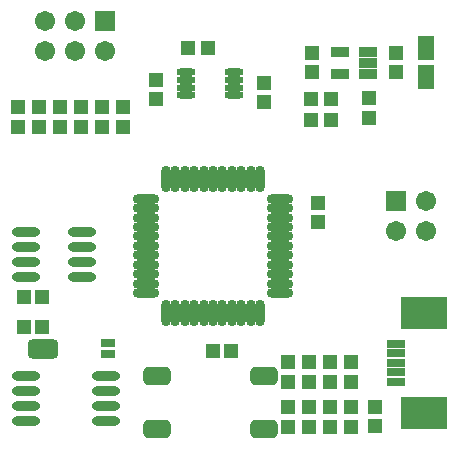
<source format=gts>
%FSLAX24Y24*%
%MOIN*%
G70*
G01*
G75*
G04 Layer_Color=8388736*
%ADD10C,0.0120*%
%ADD11C,0.0200*%
%ADD12C,0.0150*%
%ADD13R,0.0394X0.0374*%
%ADD14O,0.0866X0.0236*%
%ADD15O,0.0236X0.0807*%
%ADD16O,0.0807X0.0236*%
%ADD17O,0.0551X0.0177*%
G04:AMPARAMS|DCode=18|XSize=83mil|YSize=55mil|CornerRadius=13.8mil|HoleSize=0mil|Usage=FLASHONLY|Rotation=180.000|XOffset=0mil|YOffset=0mil|HoleType=Round|Shape=RoundedRectangle|*
%AMROUNDEDRECTD18*
21,1,0.0830,0.0275,0,0,180.0*
21,1,0.0555,0.0550,0,0,180.0*
1,1,0.0275,-0.0278,0.0138*
1,1,0.0275,0.0278,0.0138*
1,1,0.0275,0.0278,-0.0138*
1,1,0.0275,-0.0278,-0.0138*
%
%ADD18ROUNDEDRECTD18*%
%ADD19R,0.0394X0.0394*%
%ADD20R,0.1496X0.0984*%
%ADD21R,0.0551X0.0197*%
%ADD22R,0.0374X0.0394*%
%ADD23R,0.0433X0.0236*%
G04:AMPARAMS|DCode=24|XSize=94.5mil|YSize=59.1mil|CornerRadius=14.8mil|HoleSize=0mil|Usage=FLASHONLY|Rotation=0.000|XOffset=0mil|YOffset=0mil|HoleType=Round|Shape=RoundedRectangle|*
%AMROUNDEDRECTD24*
21,1,0.0945,0.0295,0,0,0.0*
21,1,0.0650,0.0591,0,0,0.0*
1,1,0.0295,0.0325,-0.0148*
1,1,0.0295,-0.0325,-0.0148*
1,1,0.0295,-0.0325,0.0148*
1,1,0.0295,0.0325,0.0148*
%
%ADD24ROUNDEDRECTD24*%
%ADD25R,0.0512X0.0276*%
%ADD26R,0.0394X0.0394*%
%ADD27R,0.0472X0.0768*%
%ADD28R,0.0591X0.0591*%
%ADD29C,0.0591*%
%ADD30R,0.0591X0.0591*%
%ADD31C,0.0500*%
%ADD32R,0.0472X0.0866*%
%ADD33R,0.0472X0.1260*%
%ADD34R,0.1339X0.0591*%
%ADD35R,0.1378X0.0394*%
%ADD36R,0.0787X0.0571*%
%ADD37R,0.0591X0.0315*%
%ADD38C,0.0236*%
%ADD39C,0.0098*%
%ADD40C,0.0100*%
%ADD41C,0.0039*%
%ADD42C,0.0010*%
%ADD43C,0.0079*%
%ADD44R,0.0474X0.0454*%
%ADD45O,0.0946X0.0316*%
%ADD46O,0.0316X0.0887*%
%ADD47O,0.0887X0.0316*%
%ADD48O,0.0631X0.0257*%
G04:AMPARAMS|DCode=49|XSize=91mil|YSize=63mil|CornerRadius=17.8mil|HoleSize=0mil|Usage=FLASHONLY|Rotation=180.000|XOffset=0mil|YOffset=0mil|HoleType=Round|Shape=RoundedRectangle|*
%AMROUNDEDRECTD49*
21,1,0.0910,0.0275,0,0,180.0*
21,1,0.0555,0.0630,0,0,180.0*
1,1,0.0355,-0.0278,0.0138*
1,1,0.0355,0.0278,0.0138*
1,1,0.0355,0.0278,-0.0138*
1,1,0.0355,-0.0278,-0.0138*
%
%ADD49ROUNDEDRECTD49*%
%ADD50R,0.0474X0.0474*%
%ADD51R,0.1576X0.1064*%
%ADD52R,0.0631X0.0277*%
%ADD53R,0.0454X0.0474*%
%ADD54R,0.0513X0.0316*%
G04:AMPARAMS|DCode=55|XSize=102.5mil|YSize=67.1mil|CornerRadius=18.8mil|HoleSize=0mil|Usage=FLASHONLY|Rotation=0.000|XOffset=0mil|YOffset=0mil|HoleType=Round|Shape=RoundedRectangle|*
%AMROUNDEDRECTD55*
21,1,0.1025,0.0295,0,0,0.0*
21,1,0.0650,0.0671,0,0,0.0*
1,1,0.0375,0.0325,-0.0148*
1,1,0.0375,-0.0325,-0.0148*
1,1,0.0375,-0.0325,0.0148*
1,1,0.0375,0.0325,0.0148*
%
%ADD55ROUNDEDRECTD55*%
%ADD56R,0.0592X0.0356*%
%ADD57R,0.0474X0.0474*%
%ADD58R,0.0552X0.0848*%
%ADD59R,0.0671X0.0671*%
%ADD60C,0.0671*%
%ADD61R,0.0671X0.0671*%
D44*
X6885Y3350D02*
D03*
X7515D02*
D03*
X1215Y4150D02*
D03*
X585D02*
D03*
X1215Y5150D02*
D03*
X585D02*
D03*
D45*
X3339Y1000D02*
D03*
Y1500D02*
D03*
Y2000D02*
D03*
Y2500D02*
D03*
X661Y1000D02*
D03*
Y1500D02*
D03*
Y2000D02*
D03*
Y2500D02*
D03*
X655Y7300D02*
D03*
Y6800D02*
D03*
Y6300D02*
D03*
Y5800D02*
D03*
X2545Y7300D02*
D03*
Y6800D02*
D03*
Y6300D02*
D03*
Y5800D02*
D03*
D46*
X5325Y9094D02*
D03*
X5640D02*
D03*
X5955D02*
D03*
X6270D02*
D03*
X6585D02*
D03*
X6900D02*
D03*
X7215D02*
D03*
X7530D02*
D03*
X7845D02*
D03*
X8160D02*
D03*
X8475D02*
D03*
Y4606D02*
D03*
X8160D02*
D03*
X7845D02*
D03*
X7530D02*
D03*
X7215D02*
D03*
X6900D02*
D03*
X6585D02*
D03*
X6270D02*
D03*
X5955D02*
D03*
X5640D02*
D03*
X5325D02*
D03*
D47*
X9144Y8425D02*
D03*
Y8110D02*
D03*
Y7795D02*
D03*
Y7480D02*
D03*
Y7165D02*
D03*
Y6850D02*
D03*
Y6535D02*
D03*
Y6220D02*
D03*
Y5905D02*
D03*
Y5590D02*
D03*
Y5275D02*
D03*
X4656D02*
D03*
Y5590D02*
D03*
Y5905D02*
D03*
Y6220D02*
D03*
Y6535D02*
D03*
Y6850D02*
D03*
Y7165D02*
D03*
Y7480D02*
D03*
Y7795D02*
D03*
Y8110D02*
D03*
Y8425D02*
D03*
D48*
X5993Y12634D02*
D03*
Y12378D02*
D03*
Y12122D02*
D03*
Y11866D02*
D03*
X7607Y12634D02*
D03*
Y12378D02*
D03*
Y12122D02*
D03*
Y11866D02*
D03*
D49*
X5020Y2520D02*
D03*
Y750D02*
D03*
X8600Y2520D02*
D03*
Y750D02*
D03*
D50*
X9400Y825D02*
D03*
Y1475D02*
D03*
X11500Y2975D02*
D03*
Y2325D02*
D03*
X10800Y2975D02*
D03*
Y2325D02*
D03*
X10100Y2975D02*
D03*
Y2325D02*
D03*
X9400Y2975D02*
D03*
Y2325D02*
D03*
X11500Y825D02*
D03*
Y1475D02*
D03*
X10800Y825D02*
D03*
Y1475D02*
D03*
X10100Y825D02*
D03*
Y1475D02*
D03*
X400Y10825D02*
D03*
Y11475D02*
D03*
X3200Y10825D02*
D03*
Y11475D02*
D03*
X1100Y10825D02*
D03*
Y11475D02*
D03*
X1800Y10825D02*
D03*
Y11475D02*
D03*
X2500Y10825D02*
D03*
Y11475D02*
D03*
X3900Y10825D02*
D03*
Y11475D02*
D03*
X12100Y11125D02*
D03*
Y11775D02*
D03*
D51*
X13945Y4604D02*
D03*
Y1296D02*
D03*
D52*
X13000Y2320D02*
D03*
Y2635D02*
D03*
Y3580D02*
D03*
Y3265D02*
D03*
Y2950D02*
D03*
D53*
X10400Y7635D02*
D03*
Y8265D02*
D03*
X12300Y835D02*
D03*
Y1465D02*
D03*
X8600Y11635D02*
D03*
Y12265D02*
D03*
X5000Y11735D02*
D03*
Y12365D02*
D03*
X10200Y12635D02*
D03*
Y13265D02*
D03*
X13000Y12635D02*
D03*
Y13265D02*
D03*
D54*
X3400Y3250D02*
D03*
Y3604D02*
D03*
D55*
X1235Y3427D02*
D03*
D56*
X11128Y12576D02*
D03*
Y13324D02*
D03*
X12072D02*
D03*
Y12950D02*
D03*
Y12576D02*
D03*
D57*
X10175Y11750D02*
D03*
X10825D02*
D03*
X6075Y13450D02*
D03*
X6725D02*
D03*
X10175Y11050D02*
D03*
X10825D02*
D03*
D58*
X14000Y13432D02*
D03*
Y12468D02*
D03*
D59*
X3300Y14350D02*
D03*
D60*
Y13350D02*
D03*
X2300Y14350D02*
D03*
Y13350D02*
D03*
X1300Y14350D02*
D03*
Y13350D02*
D03*
X14000Y7350D02*
D03*
X13000D02*
D03*
X14000Y8350D02*
D03*
D61*
X13000D02*
D03*
M02*

</source>
